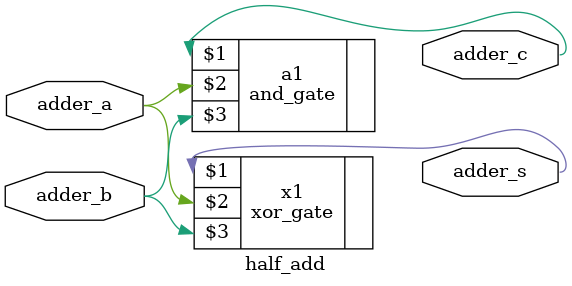
<source format=sv>
`include "and_gate.sv"
`include "xor_gate.sv"

module half_add(input adder_a,adder_b, output adder_s,adder_c);
  //instantiate AND and XOR gates
  and_gate a1(adder_c,adder_a,adder_b);        //complete these lines
  xor_gate x1(adder_s,adder_a,adder_b);
  
endmodule

</source>
